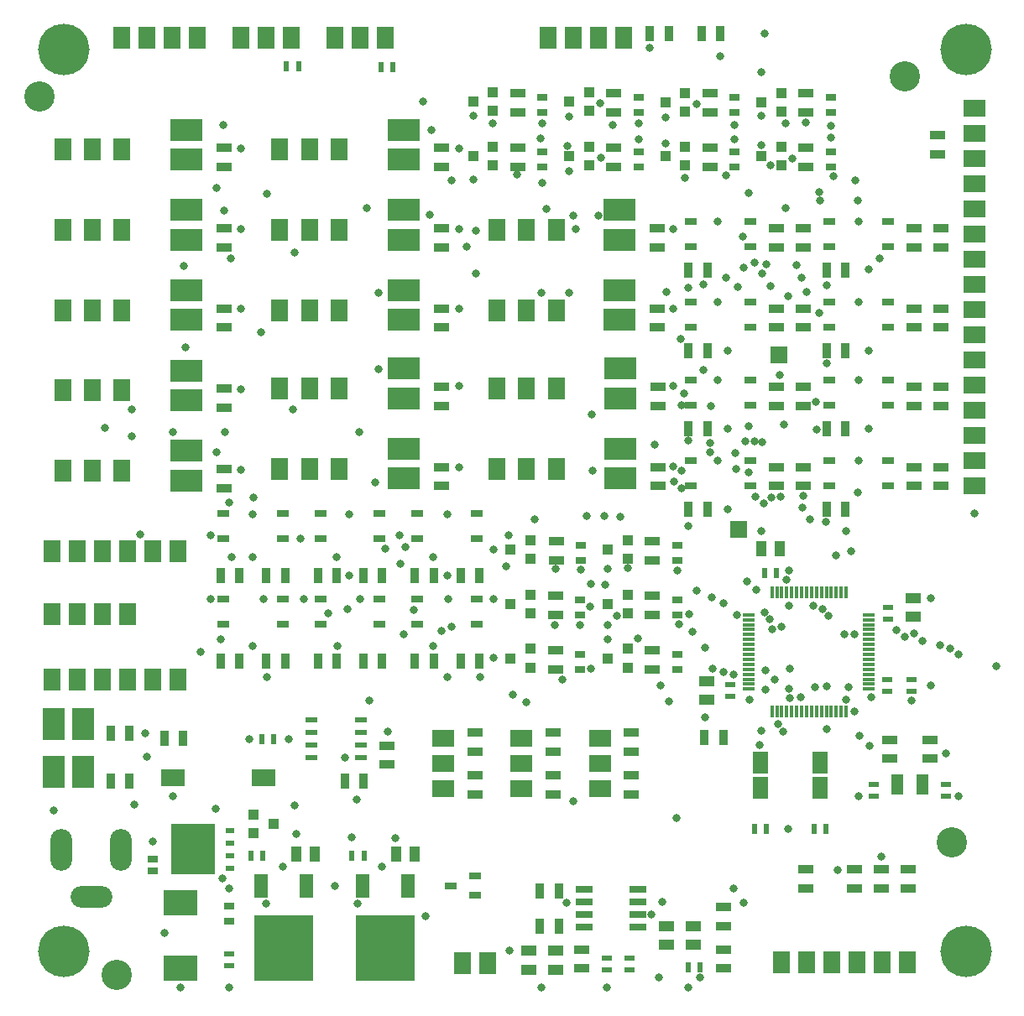
<source format=gts>
G04*
G04 #@! TF.GenerationSoftware,Altium Limited,CircuitStudio,1.5.2 (30)*
G04*
G04 Layer_Color=20142*
%FSLAX25Y25*%
%MOIN*%
G70*
G01*
G75*
%ADD49R,0.06299X0.08661*%
%ADD50R,0.05118X0.08268*%
%ADD51R,0.09409X0.07087*%
%ADD52R,0.04528X0.02677*%
%ADD53R,0.04331X0.03937*%
%ADD54R,0.05118X0.02362*%
%ADD55R,0.06890X0.03150*%
%ADD56R,0.03543X0.05906*%
%ADD57R,0.04331X0.03150*%
%ADD58R,0.17598X0.20079*%
%ADD59R,0.03189X0.02402*%
%ADD60R,0.12598X0.08661*%
%ADD61R,0.05512X0.09449*%
%ADD62R,0.23622X0.25984*%
%ADD63R,0.01575X0.05118*%
%ADD64R,0.05118X0.01575*%
%ADD65C,0.12000*%
%ADD66R,0.03937X0.02756*%
%ADD67R,0.13780X0.10236*%
%ADD68R,0.04331X0.05906*%
%ADD69R,0.04331X0.02362*%
%ADD70R,0.04724X0.03150*%
%ADD71R,0.02362X0.04331*%
%ADD72R,0.05906X0.04331*%
%ADD73R,0.08661X0.12598*%
%ADD74R,0.05906X0.03543*%
%ADD75O,0.16535X0.08661*%
%ADD76O,0.08661X0.16535*%
%ADD77C,0.20472*%
%ADD78R,0.07087X0.08661*%
%ADD79R,0.08661X0.07087*%
%ADD80R,0.07087X0.07087*%
%ADD81C,0.03150*%
D49*
X318110Y82677D02*
D03*
Y92677D02*
D03*
X294488Y82677D02*
D03*
Y92677D02*
D03*
D50*
X358661Y83858D02*
D03*
X348819D02*
D03*
D51*
X97224Y86614D02*
D03*
X61043D02*
D03*
D52*
X181299Y39882D02*
D03*
Y47520D02*
D03*
X171457Y43701D02*
D03*
D53*
X241732Y130315D02*
D03*
Y137795D02*
D03*
X233858Y134055D02*
D03*
X93307Y72047D02*
D03*
Y64567D02*
D03*
X101181Y68307D02*
D03*
X188189Y351528D02*
D03*
Y359008D02*
D03*
X180315Y355268D02*
D03*
X226378Y351528D02*
D03*
Y359008D02*
D03*
X218504Y355268D02*
D03*
X264567Y351134D02*
D03*
Y358614D02*
D03*
X256693Y354874D02*
D03*
X302756Y351134D02*
D03*
Y358614D02*
D03*
X294882Y354874D02*
D03*
X188189Y329921D02*
D03*
Y337402D02*
D03*
X180315Y333661D02*
D03*
X226378Y329921D02*
D03*
Y337402D02*
D03*
X218504Y333661D02*
D03*
X264567Y329921D02*
D03*
Y337402D02*
D03*
X256693Y333661D02*
D03*
X302756Y329921D02*
D03*
Y337402D02*
D03*
X294882Y333661D02*
D03*
X203150Y173622D02*
D03*
Y181102D02*
D03*
X195276Y177362D02*
D03*
X241732Y173622D02*
D03*
Y181102D02*
D03*
X233858Y177362D02*
D03*
X203150Y151969D02*
D03*
Y159449D02*
D03*
X195276Y155709D02*
D03*
X203150Y130315D02*
D03*
Y137795D02*
D03*
X195276Y134055D02*
D03*
X241732Y151969D02*
D03*
Y159449D02*
D03*
X233858Y155709D02*
D03*
D54*
X116142Y109468D02*
D03*
Y104469D02*
D03*
Y99468D02*
D03*
Y94468D02*
D03*
X135827Y109468D02*
D03*
Y104469D02*
D03*
Y99468D02*
D03*
Y94468D02*
D03*
D55*
X224410Y42146D02*
D03*
Y37146D02*
D03*
Y32146D02*
D03*
Y27146D02*
D03*
X245669Y42146D02*
D03*
Y37146D02*
D03*
Y32146D02*
D03*
Y27146D02*
D03*
D56*
X57677Y102362D02*
D03*
X65158D02*
D03*
X36417Y85433D02*
D03*
X43898D02*
D03*
X36417Y104331D02*
D03*
X43898D02*
D03*
X214370Y27559D02*
D03*
X206890D02*
D03*
X206890Y41732D02*
D03*
X214370D02*
D03*
X271063Y382283D02*
D03*
X278543D02*
D03*
X258071D02*
D03*
X250591D02*
D03*
X136811Y85433D02*
D03*
X129331D02*
D03*
X273425Y193307D02*
D03*
X265945D02*
D03*
X273425Y225197D02*
D03*
X265945D02*
D03*
X273425Y256299D02*
D03*
X265945D02*
D03*
X273425Y288189D02*
D03*
X265945D02*
D03*
X328150Y193307D02*
D03*
X320669D02*
D03*
X328150Y225197D02*
D03*
X320669D02*
D03*
X328150Y256299D02*
D03*
X320669D02*
D03*
X328150Y288189D02*
D03*
X320669D02*
D03*
X98228Y166929D02*
D03*
X105709D02*
D03*
X98228Y133071D02*
D03*
X105709D02*
D03*
X80118Y166929D02*
D03*
X87598D02*
D03*
X80118Y133071D02*
D03*
X87598D02*
D03*
X136811Y166929D02*
D03*
X144291D02*
D03*
X136811Y133071D02*
D03*
X144291D02*
D03*
X118701Y166929D02*
D03*
X126181D02*
D03*
X118701Y133071D02*
D03*
X126181D02*
D03*
X175394Y166929D02*
D03*
X182874D02*
D03*
X175394Y133071D02*
D03*
X182874D02*
D03*
X157283Y166929D02*
D03*
X164764D02*
D03*
X157283Y133071D02*
D03*
X164764D02*
D03*
X272244Y102756D02*
D03*
X279724D02*
D03*
D57*
X261417Y129724D02*
D03*
Y135630D02*
D03*
X83464Y29724D02*
D03*
Y35630D02*
D03*
X207874Y350984D02*
D03*
Y356890D02*
D03*
X246063Y350984D02*
D03*
Y356890D02*
D03*
X284252Y350984D02*
D03*
Y356890D02*
D03*
X322441Y350984D02*
D03*
Y356890D02*
D03*
X207874Y329331D02*
D03*
Y335236D02*
D03*
X246063Y335236D02*
D03*
Y329331D02*
D03*
X284252Y335236D02*
D03*
Y329331D02*
D03*
X322441Y335236D02*
D03*
Y329331D02*
D03*
X223228Y173031D02*
D03*
Y178937D02*
D03*
X261417Y173031D02*
D03*
Y178937D02*
D03*
X222835Y151378D02*
D03*
Y157283D02*
D03*
Y129724D02*
D03*
Y135630D02*
D03*
X261417Y151378D02*
D03*
Y157283D02*
D03*
D58*
X69075Y58248D02*
D03*
D59*
X83681Y65768D02*
D03*
Y50768D02*
D03*
Y55768D02*
D03*
Y60768D02*
D03*
D60*
X238976Y217323D02*
D03*
Y205512D02*
D03*
X66535Y280315D02*
D03*
Y268504D02*
D03*
Y312205D02*
D03*
Y300394D02*
D03*
Y344094D02*
D03*
Y332283D02*
D03*
X152756Y280315D02*
D03*
Y268504D02*
D03*
Y312205D02*
D03*
Y300394D02*
D03*
Y344094D02*
D03*
Y332283D02*
D03*
X238583Y280315D02*
D03*
Y268504D02*
D03*
X238583Y312205D02*
D03*
Y300394D02*
D03*
X66535Y248425D02*
D03*
Y236614D02*
D03*
X66535Y216535D02*
D03*
Y204724D02*
D03*
X152756Y249213D02*
D03*
Y237402D02*
D03*
Y217323D02*
D03*
Y205512D02*
D03*
X238976Y249213D02*
D03*
Y237402D02*
D03*
D61*
X154331Y43701D02*
D03*
X136378D02*
D03*
X114173D02*
D03*
X96220D02*
D03*
D62*
X145354Y18898D02*
D03*
X105197D02*
D03*
D63*
X299016Y112795D02*
D03*
X300984D02*
D03*
X302953D02*
D03*
X304921D02*
D03*
X306890D02*
D03*
X308858D02*
D03*
X310827D02*
D03*
X312795D02*
D03*
X314764D02*
D03*
X316732D02*
D03*
X318701D02*
D03*
X320669D02*
D03*
X322638D02*
D03*
X324606D02*
D03*
X326575D02*
D03*
X328543D02*
D03*
Y160433D02*
D03*
X326575D02*
D03*
X324606D02*
D03*
X322638D02*
D03*
X320669D02*
D03*
X318701D02*
D03*
X316732D02*
D03*
X314764D02*
D03*
X312795D02*
D03*
X310827D02*
D03*
X308858D02*
D03*
X306890D02*
D03*
X304921D02*
D03*
X302953D02*
D03*
X300984D02*
D03*
X299016D02*
D03*
D64*
X337598Y121850D02*
D03*
Y123819D02*
D03*
Y125787D02*
D03*
Y127756D02*
D03*
Y129724D02*
D03*
Y131693D02*
D03*
Y133661D02*
D03*
Y135630D02*
D03*
Y137598D02*
D03*
Y139567D02*
D03*
Y141535D02*
D03*
Y143504D02*
D03*
Y145472D02*
D03*
Y147441D02*
D03*
Y149409D02*
D03*
Y151378D02*
D03*
X289961D02*
D03*
Y149409D02*
D03*
Y147441D02*
D03*
Y145472D02*
D03*
Y143504D02*
D03*
Y141535D02*
D03*
Y139567D02*
D03*
Y137598D02*
D03*
Y135630D02*
D03*
Y133661D02*
D03*
Y131693D02*
D03*
Y129724D02*
D03*
Y127756D02*
D03*
Y125787D02*
D03*
Y123819D02*
D03*
Y121850D02*
D03*
D65*
X38681Y8169D02*
D03*
X351870Y365453D02*
D03*
X370472Y61122D02*
D03*
X8169Y357382D02*
D03*
D66*
X53150Y49508D02*
D03*
Y54429D02*
D03*
D67*
X64173Y37008D02*
D03*
Y11024D02*
D03*
D68*
X294685Y177461D02*
D03*
X302165D02*
D03*
X110039Y56299D02*
D03*
X117520D02*
D03*
X149803D02*
D03*
X157283D02*
D03*
D69*
X354331Y120866D02*
D03*
Y125591D02*
D03*
X83464Y11811D02*
D03*
Y16535D02*
D03*
X233465Y14961D02*
D03*
Y10236D02*
D03*
X242520Y14961D02*
D03*
Y10236D02*
D03*
X368110Y79134D02*
D03*
Y83858D02*
D03*
X339370Y79134D02*
D03*
Y83858D02*
D03*
X282579Y123622D02*
D03*
Y118898D02*
D03*
X345079Y149606D02*
D03*
Y154331D02*
D03*
X344980Y120866D02*
D03*
Y125591D02*
D03*
D70*
X158268Y157638D02*
D03*
Y147638D02*
D03*
X181890Y157638D02*
D03*
Y147638D02*
D03*
X266929Y212756D02*
D03*
Y202756D02*
D03*
X290551Y212756D02*
D03*
Y202756D02*
D03*
X266929Y244646D02*
D03*
Y234646D02*
D03*
X290551Y244646D02*
D03*
Y234646D02*
D03*
X266929Y275748D02*
D03*
Y265748D02*
D03*
X290551Y275748D02*
D03*
Y265748D02*
D03*
X266929Y307638D02*
D03*
Y297638D02*
D03*
X290551Y307638D02*
D03*
Y297638D02*
D03*
X321654Y212756D02*
D03*
Y202756D02*
D03*
X345276Y212756D02*
D03*
Y202756D02*
D03*
X321654Y244646D02*
D03*
Y234646D02*
D03*
X345276Y244646D02*
D03*
Y234646D02*
D03*
X321654Y275748D02*
D03*
Y265748D02*
D03*
X345276Y275748D02*
D03*
Y265748D02*
D03*
X321654Y307638D02*
D03*
Y297638D02*
D03*
X345276Y307638D02*
D03*
Y297638D02*
D03*
X81102Y191496D02*
D03*
Y181496D02*
D03*
X104725Y191496D02*
D03*
Y181496D02*
D03*
X81102Y157638D02*
D03*
Y147638D02*
D03*
X104725Y157638D02*
D03*
Y147638D02*
D03*
X119685Y191496D02*
D03*
Y181496D02*
D03*
X143307Y191496D02*
D03*
Y181496D02*
D03*
X119685Y157638D02*
D03*
Y147638D02*
D03*
X143307Y157638D02*
D03*
Y147638D02*
D03*
X158268Y191496D02*
D03*
Y181496D02*
D03*
X181890Y191496D02*
D03*
Y181496D02*
D03*
D71*
X96850Y55512D02*
D03*
X92126D02*
D03*
X137008D02*
D03*
X132283D02*
D03*
X265748Y11417D02*
D03*
X270473D02*
D03*
X111024Y369291D02*
D03*
X106299D02*
D03*
X148425Y368898D02*
D03*
X143701D02*
D03*
X296850Y66142D02*
D03*
X292126D02*
D03*
X315748D02*
D03*
X320472D02*
D03*
X101181Y101969D02*
D03*
X96457D02*
D03*
X300787Y167815D02*
D03*
X296063D02*
D03*
D72*
X212992Y10433D02*
D03*
Y17913D02*
D03*
X267717Y20276D02*
D03*
Y27756D02*
D03*
X257087Y20276D02*
D03*
Y27756D02*
D03*
X202362Y17913D02*
D03*
Y10433D02*
D03*
X273228Y117520D02*
D03*
Y125000D02*
D03*
X355020Y158071D02*
D03*
Y150591D02*
D03*
D73*
X13780Y88976D02*
D03*
X25591D02*
D03*
X13780Y107874D02*
D03*
X25591D02*
D03*
D74*
X223622Y10827D02*
D03*
Y18307D02*
D03*
X279921Y10827D02*
D03*
Y18307D02*
D03*
Y27756D02*
D03*
Y35236D02*
D03*
X212205Y97047D02*
D03*
Y104528D02*
D03*
Y87598D02*
D03*
Y80118D02*
D03*
X312598Y42717D02*
D03*
Y50197D02*
D03*
X331890Y42717D02*
D03*
Y50197D02*
D03*
X342520Y42717D02*
D03*
Y50197D02*
D03*
X353150Y42717D02*
D03*
Y50197D02*
D03*
X146063Y99409D02*
D03*
Y91929D02*
D03*
X364961Y334449D02*
D03*
Y341929D02*
D03*
X361811Y101772D02*
D03*
Y94291D02*
D03*
X345669Y101772D02*
D03*
Y94291D02*
D03*
X81496Y273031D02*
D03*
Y265551D02*
D03*
Y304921D02*
D03*
Y297441D02*
D03*
X300787Y202559D02*
D03*
Y210039D02*
D03*
X300787Y241929D02*
D03*
Y234449D02*
D03*
X198031Y358465D02*
D03*
Y350984D02*
D03*
X236221Y358465D02*
D03*
Y350984D02*
D03*
X311417Y202559D02*
D03*
Y210039D02*
D03*
Y234449D02*
D03*
Y241929D02*
D03*
X81496Y336811D02*
D03*
Y329331D02*
D03*
X167717Y273031D02*
D03*
Y265551D02*
D03*
X300787D02*
D03*
Y273031D02*
D03*
Y297441D02*
D03*
Y304921D02*
D03*
X274410Y358465D02*
D03*
Y350984D02*
D03*
X312598Y358465D02*
D03*
Y350984D02*
D03*
X311417Y265551D02*
D03*
Y273031D02*
D03*
Y297441D02*
D03*
Y304921D02*
D03*
X167717Y304921D02*
D03*
Y297441D02*
D03*
Y336811D02*
D03*
Y329331D02*
D03*
X355512Y202559D02*
D03*
Y210039D02*
D03*
Y241929D02*
D03*
Y234449D02*
D03*
X198031Y336811D02*
D03*
Y329331D02*
D03*
X236221Y336811D02*
D03*
Y329331D02*
D03*
X366142Y202559D02*
D03*
Y210039D02*
D03*
Y241929D02*
D03*
Y234449D02*
D03*
X253543Y273031D02*
D03*
Y265551D02*
D03*
Y304921D02*
D03*
Y297441D02*
D03*
X355512Y265551D02*
D03*
Y273031D02*
D03*
Y304921D02*
D03*
Y297441D02*
D03*
X274410Y336811D02*
D03*
Y329331D02*
D03*
X312598Y336811D02*
D03*
Y329331D02*
D03*
X366142Y265551D02*
D03*
Y273031D02*
D03*
Y304921D02*
D03*
Y297441D02*
D03*
X243307Y104528D02*
D03*
Y97047D02*
D03*
Y87598D02*
D03*
Y80118D02*
D03*
X81496Y241142D02*
D03*
Y233661D02*
D03*
Y209252D02*
D03*
Y201772D02*
D03*
X213386Y180512D02*
D03*
Y173031D02*
D03*
X251575Y180512D02*
D03*
Y173031D02*
D03*
X167717Y241929D02*
D03*
Y234449D02*
D03*
X167717Y210039D02*
D03*
Y202559D02*
D03*
X212992Y158858D02*
D03*
Y151378D02*
D03*
Y137205D02*
D03*
Y129724D02*
D03*
X253937Y241929D02*
D03*
Y234449D02*
D03*
Y210039D02*
D03*
Y202559D02*
D03*
X251575Y158858D02*
D03*
Y151378D02*
D03*
Y137205D02*
D03*
Y129724D02*
D03*
X181102Y87598D02*
D03*
Y80118D02*
D03*
Y104528D02*
D03*
Y97047D02*
D03*
D75*
X28740Y39370D02*
D03*
D76*
X16929Y57874D02*
D03*
X40551D02*
D03*
D77*
X375984Y17717D02*
D03*
X17717D02*
D03*
Y375984D02*
D03*
X375984D02*
D03*
D78*
X12992Y176772D02*
D03*
X22992D02*
D03*
X32992D02*
D03*
X42992D02*
D03*
X52992D02*
D03*
X62992D02*
D03*
X40945Y380709D02*
D03*
X50945D02*
D03*
X60945D02*
D03*
X70945D02*
D03*
X213386Y241339D02*
D03*
X201575D02*
D03*
X189764D02*
D03*
X185984Y12992D02*
D03*
X175984D02*
D03*
X12992Y151575D02*
D03*
X22992D02*
D03*
X32992D02*
D03*
X42992D02*
D03*
X12992Y125591D02*
D03*
X22992D02*
D03*
X32992D02*
D03*
X42992D02*
D03*
X52992D02*
D03*
X62992D02*
D03*
X302756Y13386D02*
D03*
X312756D02*
D03*
X322756D02*
D03*
X332756D02*
D03*
X342756D02*
D03*
X352756D02*
D03*
X210236Y380709D02*
D03*
X220236D02*
D03*
X230236D02*
D03*
X240236D02*
D03*
X40945Y272441D02*
D03*
X29134D02*
D03*
X17323D02*
D03*
X40945Y304331D02*
D03*
X29134D02*
D03*
X17323D02*
D03*
X40945Y336221D02*
D03*
X29134D02*
D03*
X17323D02*
D03*
X127165Y272441D02*
D03*
X115354D02*
D03*
X103543D02*
D03*
X127165Y304331D02*
D03*
X115354D02*
D03*
X103543D02*
D03*
X127165Y336221D02*
D03*
X115354D02*
D03*
X103543D02*
D03*
X213386Y272441D02*
D03*
X201575D02*
D03*
X189764D02*
D03*
X213386Y304331D02*
D03*
X201575D02*
D03*
X189764D02*
D03*
X88189Y380709D02*
D03*
X98189D02*
D03*
X108189D02*
D03*
X125591Y380709D02*
D03*
X135591D02*
D03*
X145591D02*
D03*
X40945Y208661D02*
D03*
X29134D02*
D03*
X17323D02*
D03*
X40945Y240551D02*
D03*
X29134D02*
D03*
X17323D02*
D03*
X127165Y209449D02*
D03*
X115354D02*
D03*
X103543D02*
D03*
X127165Y241339D02*
D03*
X115354D02*
D03*
X103543D02*
D03*
X213386Y209449D02*
D03*
X201575D02*
D03*
X189764D02*
D03*
D79*
X168504Y102362D02*
D03*
Y92362D02*
D03*
Y82362D02*
D03*
X379528Y202756D02*
D03*
Y212756D02*
D03*
Y222756D02*
D03*
Y232756D02*
D03*
Y242756D02*
D03*
Y252756D02*
D03*
Y262756D02*
D03*
Y272756D02*
D03*
Y282756D02*
D03*
Y292756D02*
D03*
Y302756D02*
D03*
Y312756D02*
D03*
Y322756D02*
D03*
Y332756D02*
D03*
Y342756D02*
D03*
Y352756D02*
D03*
X199606Y102362D02*
D03*
Y92362D02*
D03*
Y82362D02*
D03*
X230709Y102362D02*
D03*
Y92362D02*
D03*
Y82362D02*
D03*
D80*
X301969Y254528D02*
D03*
X285728Y185138D02*
D03*
D81*
X218406Y279331D02*
D03*
X207579D02*
D03*
X294685Y105217D02*
D03*
X232776Y163386D02*
D03*
X227264Y163583D02*
D03*
X226772Y154626D02*
D03*
X76083Y183071D02*
D03*
X285433Y281594D02*
D03*
X280709Y285236D02*
D03*
X329429Y122638D02*
D03*
X262894Y261122D02*
D03*
X284596Y215551D02*
D03*
X296850Y290551D02*
D03*
X289862Y318898D02*
D03*
X207087Y340650D02*
D03*
X262992Y234646D02*
D03*
X355413Y143799D02*
D03*
X81398Y312008D02*
D03*
X230709Y354528D02*
D03*
X269094Y354232D02*
D03*
X188189Y346555D02*
D03*
X137992Y313090D02*
D03*
X109350Y295177D02*
D03*
X84153Y292913D02*
D03*
X81299Y345965D02*
D03*
X163976Y344094D02*
D03*
X160531Y355413D02*
D03*
X217913Y337500D02*
D03*
X231004Y332874D02*
D03*
X304429Y346752D02*
D03*
X142913Y279232D02*
D03*
X298622Y329921D02*
D03*
X323622Y325492D02*
D03*
X317717Y319390D02*
D03*
X280906Y325984D02*
D03*
X197835Y326181D02*
D03*
X264469Y324902D02*
D03*
X96161Y263779D02*
D03*
X312500Y346949D02*
D03*
X307283Y332677D02*
D03*
X298425Y281890D02*
D03*
X271654Y282480D02*
D03*
X162992Y310335D02*
D03*
X171752Y324016D02*
D03*
X177854Y297539D02*
D03*
X292126Y291339D02*
D03*
X287894Y289272D02*
D03*
X287598Y301673D02*
D03*
X230020Y309941D02*
D03*
X235728Y345866D02*
D03*
X181496Y304035D02*
D03*
Y286910D02*
D03*
X227559Y230807D02*
D03*
X265945Y220571D02*
D03*
X142815Y248819D02*
D03*
X108957Y232972D02*
D03*
X61122Y224114D02*
D03*
X111909Y181693D02*
D03*
X151476Y171653D02*
D03*
X145374Y177657D02*
D03*
X171850Y146653D02*
D03*
X44980Y233071D02*
D03*
X34252Y225787D02*
D03*
X48130Y183169D02*
D03*
X153347Y178347D02*
D03*
X193405Y170472D02*
D03*
X78543Y216043D02*
D03*
X227953Y208760D02*
D03*
X238976Y190157D02*
D03*
X241732Y170079D02*
D03*
X135138Y223819D02*
D03*
X81890D02*
D03*
X44980Y222441D02*
D03*
X122835Y151870D02*
D03*
X152657Y143602D02*
D03*
X167913Y145079D02*
D03*
X170276Y126575D02*
D03*
X183071D02*
D03*
X66240Y257480D02*
D03*
X78642Y320965D02*
D03*
X304626Y313090D02*
D03*
X310925Y285433D02*
D03*
X305413Y277953D02*
D03*
X316535Y235925D02*
D03*
X98524Y318701D02*
D03*
X220177Y309941D02*
D03*
X221063Y304528D02*
D03*
X317913Y271161D02*
D03*
X209547Y312598D02*
D03*
X308760Y290453D02*
D03*
X295079Y287008D02*
D03*
X65453Y289961D02*
D03*
X274508Y219685D02*
D03*
X289764Y207972D02*
D03*
X232579Y190650D02*
D03*
X225492Y190748D02*
D03*
X237598Y150886D02*
D03*
X294980Y367028D02*
D03*
X296260Y382185D02*
D03*
X341929Y292913D02*
D03*
X312697Y279724D02*
D03*
X302067Y246654D02*
D03*
X303740Y226969D02*
D03*
X318110Y316043D02*
D03*
X333268D02*
D03*
X257283Y279626D02*
D03*
X263090Y208563D02*
D03*
X271752Y248622D02*
D03*
X170177Y167028D02*
D03*
X245965Y141831D02*
D03*
X131201Y166831D02*
D03*
X130413Y153642D02*
D03*
X156791Y153445D02*
D03*
X196161Y119488D02*
D03*
X139272Y117323D02*
D03*
X194587Y183071D02*
D03*
X98327Y126476D02*
D03*
X150984Y182874D02*
D03*
X141339Y203839D02*
D03*
X263189Y201575D02*
D03*
X265945Y186713D02*
D03*
X274803Y234252D02*
D03*
X289862Y226181D02*
D03*
X288386Y220177D02*
D03*
X292028Y220374D02*
D03*
X295669Y195669D02*
D03*
X298917Y198031D02*
D03*
X302362Y198425D02*
D03*
X314173Y189173D02*
D03*
X311417Y198622D02*
D03*
X295276Y220079D02*
D03*
X264075Y239173D02*
D03*
X320571Y188287D02*
D03*
X311122Y193996D02*
D03*
X252362Y218799D02*
D03*
X284941Y209350D02*
D03*
X292520Y198130D02*
D03*
X260236Y204429D02*
D03*
X275098Y158169D02*
D03*
X324606Y175098D02*
D03*
X330413Y176575D02*
D03*
X302756Y146653D02*
D03*
X321358Y150984D02*
D03*
X306201Y129823D02*
D03*
X262106Y147539D02*
D03*
X279724Y156004D02*
D03*
X204724Y189370D02*
D03*
X292913Y161417D02*
D03*
X315354Y155020D02*
D03*
X305807Y154921D02*
D03*
X319291Y153740D02*
D03*
X215650Y125787D02*
D03*
X289173Y164665D02*
D03*
X72244Y136614D02*
D03*
X261122Y70571D02*
D03*
X293996Y99606D02*
D03*
X306201Y118209D02*
D03*
X254724Y123130D02*
D03*
X320669Y282382D02*
D03*
Y251279D02*
D03*
X304921Y165256D02*
D03*
X316732Y225098D02*
D03*
X278543Y373130D02*
D03*
X250590Y376575D02*
D03*
X333268Y199902D02*
D03*
X274606Y216043D02*
D03*
X265945Y281299D02*
D03*
X269094Y161024D02*
D03*
X299114Y145472D02*
D03*
X296161Y152264D02*
D03*
X298031Y149606D02*
D03*
X258169Y117028D02*
D03*
X285039Y151378D02*
D03*
X316240Y122736D02*
D03*
X80118Y141535D02*
D03*
X213189Y169488D02*
D03*
X212894Y147244D02*
D03*
X267520Y144488D02*
D03*
X305807Y121850D02*
D03*
X129626Y94488D02*
D03*
X146358Y104921D02*
D03*
X275590Y130118D02*
D03*
X279724Y128740D02*
D03*
X296358Y121653D02*
D03*
X296457Y129232D02*
D03*
X283858Y127756D02*
D03*
Y42520D02*
D03*
X300197Y125787D02*
D03*
X287795Y36909D02*
D03*
X379331Y191732D02*
D03*
X327756Y143701D02*
D03*
X331693D02*
D03*
X310531Y118602D02*
D03*
X320866Y122835D02*
D03*
X342520Y55315D02*
D03*
X109547Y75689D02*
D03*
X78150Y74213D02*
D03*
X45866Y75984D02*
D03*
X57677Y24803D02*
D03*
X328445Y117717D02*
D03*
X331890Y112795D02*
D03*
X338583Y118602D02*
D03*
X325098Y50000D02*
D03*
X333957Y103150D02*
D03*
X368110Y96161D02*
D03*
X337894Y99410D02*
D03*
X301476Y107874D02*
D03*
X303445Y105118D02*
D03*
X387992Y131102D02*
D03*
X373228Y135728D02*
D03*
X369685Y137795D02*
D03*
X365650Y139370D02*
D03*
X358661Y141043D02*
D03*
X351673Y142520D02*
D03*
X348524Y145177D02*
D03*
X362303Y123130D02*
D03*
X270472Y7185D02*
D03*
X254232D02*
D03*
X217323Y37008D02*
D03*
X194882Y17913D02*
D03*
X220079Y77165D02*
D03*
X255374Y37146D02*
D03*
X126378Y138976D02*
D03*
X164567D02*
D03*
X92913D02*
D03*
X125984Y174409D02*
D03*
X164567D02*
D03*
X92913D02*
D03*
X84646D02*
D03*
X83465Y196063D02*
D03*
X93307Y198031D02*
D03*
X332283Y324016D02*
D03*
X259842Y304724D02*
D03*
Y272835D02*
D03*
Y242126D02*
D03*
Y210236D02*
D03*
X88189Y336614D02*
D03*
Y304724D02*
D03*
Y272835D02*
D03*
Y240945D02*
D03*
Y209055D02*
D03*
X174803Y336614D02*
D03*
Y304724D02*
D03*
Y272835D02*
D03*
Y242126D02*
D03*
Y209842D02*
D03*
X50000Y104331D02*
D03*
X134252Y77953D02*
D03*
X149606Y62598D02*
D03*
X161417Y31496D02*
D03*
X281496Y256299D02*
D03*
Y225197D02*
D03*
X337402D02*
D03*
Y256299D02*
D03*
Y288583D02*
D03*
X201575Y116535D02*
D03*
X281496Y193307D02*
D03*
X328346Y184646D02*
D03*
X294882D02*
D03*
X362205Y157874D02*
D03*
X290158Y117717D02*
D03*
X50787Y94882D02*
D03*
X110236Y64173D02*
D03*
X125591Y43701D02*
D03*
X132283Y62992D02*
D03*
X80709Y46457D02*
D03*
X134646Y36614D02*
D03*
X98032D02*
D03*
X53150Y61417D02*
D03*
X13780Y73622D02*
D03*
X61024Y79134D02*
D03*
X91339Y101969D02*
D03*
X107087D02*
D03*
X75984Y157480D02*
D03*
X97244D02*
D03*
X112992D02*
D03*
X135433D02*
D03*
X170472D02*
D03*
X188583D02*
D03*
X207874Y322835D02*
D03*
X180315Y324410D02*
D03*
Y349606D02*
D03*
X207874Y346457D02*
D03*
X218504Y349213D02*
D03*
Y327559D02*
D03*
X256693Y348819D02*
D03*
X246063Y346457D02*
D03*
X256693Y338583D02*
D03*
X246063Y340158D02*
D03*
X322441Y345669D02*
D03*
Y340945D02*
D03*
X284252Y340158D02*
D03*
Y346063D02*
D03*
X294882Y337795D02*
D03*
Y349606D02*
D03*
X333465Y307480D02*
D03*
X277559D02*
D03*
Y212598D02*
D03*
Y275590D02*
D03*
Y244488D02*
D03*
X333465Y212598D02*
D03*
Y244488D02*
D03*
Y275590D02*
D03*
X170079Y191339D02*
D03*
X131102D02*
D03*
X92913D02*
D03*
X64173Y3150D02*
D03*
X83465Y42520D02*
D03*
Y3150D02*
D03*
X207480D02*
D03*
X233465D02*
D03*
X265748D02*
D03*
X251181Y32283D02*
D03*
X104724Y51181D02*
D03*
X144095D02*
D03*
X188583Y134252D02*
D03*
X233858Y141732D02*
D03*
X222835Y147244D02*
D03*
X227165Y129921D02*
D03*
X188583Y177165D02*
D03*
X223228Y169291D02*
D03*
X233858Y147244D02*
D03*
X233858Y169685D02*
D03*
X261417Y168898D02*
D03*
X305906D02*
D03*
X320866Y105905D02*
D03*
X272441Y138189D02*
D03*
X354331Y117323D02*
D03*
X266142Y151575D02*
D03*
X272441Y110630D02*
D03*
X373228Y79134D02*
D03*
X333465D02*
D03*
X305512Y66142D02*
D03*
M02*

</source>
